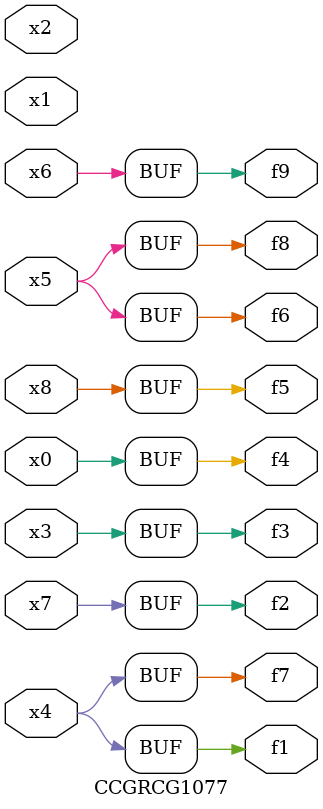
<source format=v>
module CCGRCG1077(
	input x0, x1, x2, x3, x4, x5, x6, x7, x8,
	output f1, f2, f3, f4, f5, f6, f7, f8, f9
);
	assign f1 = x4;
	assign f2 = x7;
	assign f3 = x3;
	assign f4 = x0;
	assign f5 = x8;
	assign f6 = x5;
	assign f7 = x4;
	assign f8 = x5;
	assign f9 = x6;
endmodule

</source>
